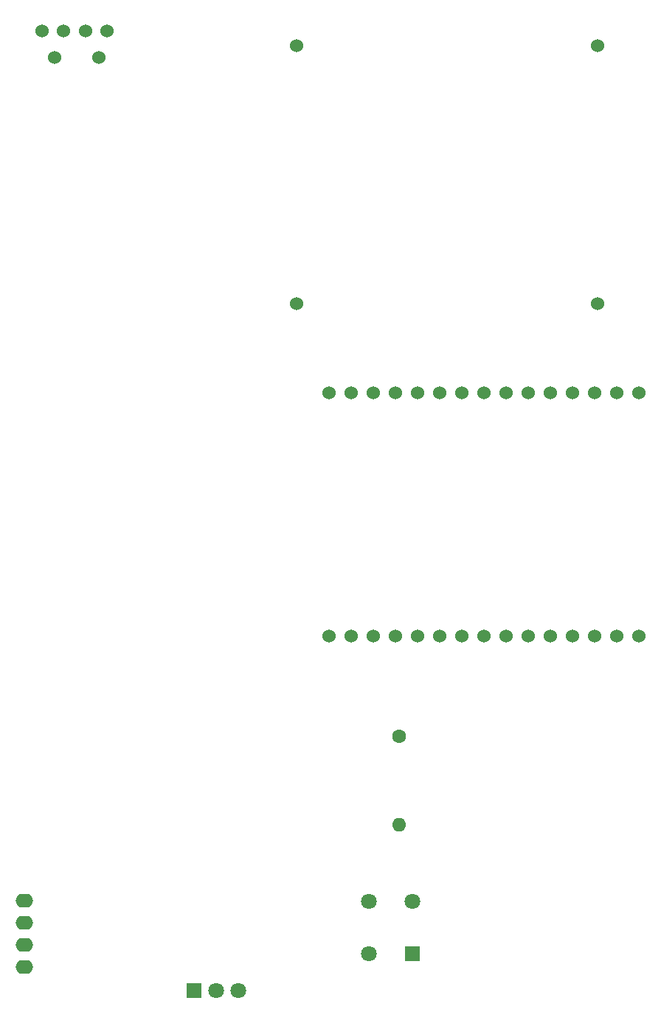
<source format=gbr>
%TF.GenerationSoftware,KiCad,Pcbnew,8.0.5-unknown-202409211835~1ac1a5bb3b~ubuntu24.04.1*%
%TF.CreationDate,2024-09-23T17:17:10-04:00*%
%TF.ProjectId,teaPCB,74656150-4342-42e6-9b69-6361645f7063,rev?*%
%TF.SameCoordinates,Original*%
%TF.FileFunction,Soldermask,Top*%
%TF.FilePolarity,Negative*%
%FSLAX46Y46*%
G04 Gerber Fmt 4.6, Leading zero omitted, Abs format (unit mm)*
G04 Created by KiCad (PCBNEW 8.0.5-unknown-202409211835~1ac1a5bb3b~ubuntu24.04.1) date 2024-09-23 17:17:10*
%MOMM*%
%LPD*%
G01*
G04 APERTURE LIST*
%ADD10C,1.524000*%
%ADD11R,1.800000X1.800000*%
%ADD12C,1.800000*%
%ADD13C,1.600000*%
%ADD14O,1.600000X1.600000*%
%ADD15O,2.000000X1.600000*%
G04 APERTURE END LIST*
D10*
%TO.C,REF\u002A\u002A*%
X134400000Y-94500000D03*
X134400000Y-64900000D03*
X169000000Y-64900000D03*
X169000000Y-94500000D03*
%TD*%
%TO.C,U1*%
X138140000Y-132700000D03*
X140680000Y-132700000D03*
X143220000Y-132700000D03*
X145760000Y-132700000D03*
X148300000Y-132700000D03*
X150840000Y-132700000D03*
X153380000Y-132700000D03*
X155920000Y-132700000D03*
X158460000Y-132700000D03*
X161000000Y-132700000D03*
X163540000Y-132700000D03*
X166080000Y-132700000D03*
X168620000Y-132700000D03*
X171160000Y-132700000D03*
X173700000Y-132700000D03*
X173700000Y-104760000D03*
X171160000Y-104760000D03*
X168620000Y-104760000D03*
X166080000Y-104760000D03*
X163540000Y-104760000D03*
X161000000Y-104760000D03*
X158460000Y-104760000D03*
X155920000Y-104760000D03*
X153380000Y-104760000D03*
X150840000Y-104760000D03*
X148300000Y-104760000D03*
X145760000Y-104760000D03*
X143220000Y-104760000D03*
X140680000Y-104760000D03*
X138140000Y-104760000D03*
%TD*%
D11*
%TO.C,SW1*%
X147700000Y-169200000D03*
D12*
X142700000Y-169200000D03*
X147700000Y-163200000D03*
X142700000Y-163200000D03*
%TD*%
D11*
%TO.C,RV1*%
X122700000Y-173450000D03*
D12*
X125200000Y-173450000D03*
X127700000Y-173450000D03*
%TD*%
D13*
%TO.C,R1*%
X146200000Y-144200000D03*
D14*
X146200000Y-154360000D03*
%TD*%
D10*
%TO.C,M2*%
X105200000Y-63200000D03*
X107700000Y-63200000D03*
X110200000Y-63200000D03*
X112700000Y-63200000D03*
X111700000Y-66200000D03*
X106700000Y-66200000D03*
%TD*%
D15*
%TO.C,Brd1*%
X103200000Y-170700000D03*
X103200000Y-168160000D03*
X103200000Y-163080000D03*
X103200000Y-165620000D03*
%TD*%
M02*

</source>
